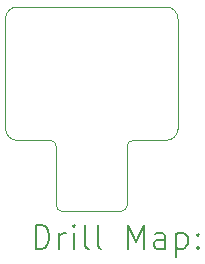
<source format=gbr>
%TF.GenerationSoftware,KiCad,Pcbnew,8.99.0-unknown-079855af18~181~ubuntu22.04.1*%
%TF.CreationDate,2024-11-15T17:57:20-08:00*%
%TF.ProjectId,gb_video_breakout,67625f76-6964-4656-9f5f-627265616b6f,rev?*%
%TF.SameCoordinates,Original*%
%TF.FileFunction,Drillmap*%
%TF.FilePolarity,Positive*%
%FSLAX45Y45*%
G04 Gerber Fmt 4.5, Leading zero omitted, Abs format (unit mm)*
G04 Created by KiCad (PCBNEW 8.99.0-unknown-079855af18~181~ubuntu22.04.1) date 2024-11-15 17:57:20*
%MOMM*%
%LPD*%
G01*
G04 APERTURE LIST*
%ADD10C,0.100000*%
%ADD11C,0.200000*%
G04 APERTURE END LIST*
D10*
X13820000Y-7970000D02*
X15080000Y-7970000D01*
X13720000Y-8070000D02*
G75*
G02*
X13820000Y-7970000I100000J0D01*
G01*
X15080000Y-7970000D02*
G75*
G02*
X15180000Y-8070000I0J-100000D01*
G01*
X13820000Y-9100000D02*
G75*
G02*
X13720000Y-9000000I0J100000D01*
G01*
X15180000Y-9000000D02*
G75*
G02*
X15080000Y-9100000I-100000J0D01*
G01*
X13720000Y-9000000D02*
X13720000Y-8070000D01*
X15180000Y-9000000D02*
X15180000Y-8070000D01*
X13820000Y-9100000D02*
X14100000Y-9100000D01*
X14800000Y-9100000D02*
X15080000Y-9100000D01*
X14200000Y-9700000D02*
G75*
G02*
X14150000Y-9650000I0J50000D01*
G01*
X14200000Y-9700000D02*
X14700000Y-9700000D01*
X14100000Y-9100000D02*
G75*
G02*
X14150000Y-9150000I0J-50000D01*
G01*
X14750000Y-9650000D02*
X14750000Y-9150000D01*
X14750000Y-9650000D02*
G75*
G02*
X14700000Y-9700000I-50000J0D01*
G01*
X14150000Y-9650000D02*
X14150000Y-9150000D01*
X14750000Y-9150000D02*
G75*
G02*
X14800000Y-9100000I50000J0D01*
G01*
D11*
X13975777Y-10016484D02*
X13975777Y-9816484D01*
X13975777Y-9816484D02*
X14023396Y-9816484D01*
X14023396Y-9816484D02*
X14051967Y-9826008D01*
X14051967Y-9826008D02*
X14071015Y-9845055D01*
X14071015Y-9845055D02*
X14080539Y-9864103D01*
X14080539Y-9864103D02*
X14090062Y-9902198D01*
X14090062Y-9902198D02*
X14090062Y-9930770D01*
X14090062Y-9930770D02*
X14080539Y-9968865D01*
X14080539Y-9968865D02*
X14071015Y-9987912D01*
X14071015Y-9987912D02*
X14051967Y-10006960D01*
X14051967Y-10006960D02*
X14023396Y-10016484D01*
X14023396Y-10016484D02*
X13975777Y-10016484D01*
X14175777Y-10016484D02*
X14175777Y-9883150D01*
X14175777Y-9921246D02*
X14185301Y-9902198D01*
X14185301Y-9902198D02*
X14194824Y-9892674D01*
X14194824Y-9892674D02*
X14213872Y-9883150D01*
X14213872Y-9883150D02*
X14232920Y-9883150D01*
X14299586Y-10016484D02*
X14299586Y-9883150D01*
X14299586Y-9816484D02*
X14290062Y-9826008D01*
X14290062Y-9826008D02*
X14299586Y-9835531D01*
X14299586Y-9835531D02*
X14309110Y-9826008D01*
X14309110Y-9826008D02*
X14299586Y-9816484D01*
X14299586Y-9816484D02*
X14299586Y-9835531D01*
X14423396Y-10016484D02*
X14404348Y-10006960D01*
X14404348Y-10006960D02*
X14394824Y-9987912D01*
X14394824Y-9987912D02*
X14394824Y-9816484D01*
X14528158Y-10016484D02*
X14509110Y-10006960D01*
X14509110Y-10006960D02*
X14499586Y-9987912D01*
X14499586Y-9987912D02*
X14499586Y-9816484D01*
X14756729Y-10016484D02*
X14756729Y-9816484D01*
X14756729Y-9816484D02*
X14823396Y-9959341D01*
X14823396Y-9959341D02*
X14890062Y-9816484D01*
X14890062Y-9816484D02*
X14890062Y-10016484D01*
X15071015Y-10016484D02*
X15071015Y-9911722D01*
X15071015Y-9911722D02*
X15061491Y-9892674D01*
X15061491Y-9892674D02*
X15042443Y-9883150D01*
X15042443Y-9883150D02*
X15004348Y-9883150D01*
X15004348Y-9883150D02*
X14985301Y-9892674D01*
X15071015Y-10006960D02*
X15051967Y-10016484D01*
X15051967Y-10016484D02*
X15004348Y-10016484D01*
X15004348Y-10016484D02*
X14985301Y-10006960D01*
X14985301Y-10006960D02*
X14975777Y-9987912D01*
X14975777Y-9987912D02*
X14975777Y-9968865D01*
X14975777Y-9968865D02*
X14985301Y-9949817D01*
X14985301Y-9949817D02*
X15004348Y-9940293D01*
X15004348Y-9940293D02*
X15051967Y-9940293D01*
X15051967Y-9940293D02*
X15071015Y-9930770D01*
X15166253Y-9883150D02*
X15166253Y-10083150D01*
X15166253Y-9892674D02*
X15185301Y-9883150D01*
X15185301Y-9883150D02*
X15223396Y-9883150D01*
X15223396Y-9883150D02*
X15242443Y-9892674D01*
X15242443Y-9892674D02*
X15251967Y-9902198D01*
X15251967Y-9902198D02*
X15261491Y-9921246D01*
X15261491Y-9921246D02*
X15261491Y-9978389D01*
X15261491Y-9978389D02*
X15251967Y-9997436D01*
X15251967Y-9997436D02*
X15242443Y-10006960D01*
X15242443Y-10006960D02*
X15223396Y-10016484D01*
X15223396Y-10016484D02*
X15185301Y-10016484D01*
X15185301Y-10016484D02*
X15166253Y-10006960D01*
X15347205Y-9997436D02*
X15356729Y-10006960D01*
X15356729Y-10006960D02*
X15347205Y-10016484D01*
X15347205Y-10016484D02*
X15337682Y-10006960D01*
X15337682Y-10006960D02*
X15347205Y-9997436D01*
X15347205Y-9997436D02*
X15347205Y-10016484D01*
X15347205Y-9892674D02*
X15356729Y-9902198D01*
X15356729Y-9902198D02*
X15347205Y-9911722D01*
X15347205Y-9911722D02*
X15337682Y-9902198D01*
X15337682Y-9902198D02*
X15347205Y-9892674D01*
X15347205Y-9892674D02*
X15347205Y-9911722D01*
M02*

</source>
